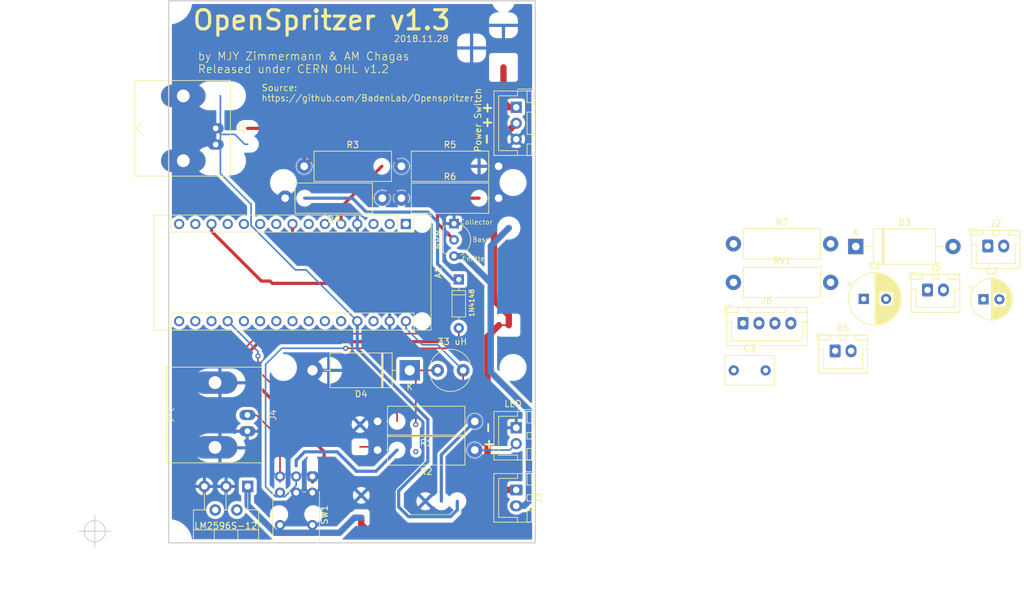
<source format=kicad_pcb>
(kicad_pcb (version 20211014) (generator pcbnew)
  (layers (0 "F.Cu" signal) (31 "B.Cu" signal) (34 "B.Paste" user) (35 "F.Paste" user) (36 "B.SilkS" user "B.Silkscreen") (37 "F.SilkS" user "F.Silkscreen") (38 "B.Mask" user) (39 "F.Mask" user) (44 "Edge.Cuts" user))
  (net 0 "")
  (net 1 "GNDREF")
  (net 2 "Net-(A1-Pad13)")
  (net 3 "Net-(A1-Pad5)")
  (net 4 "Net-(A1-Pad19)")
  (net 5 "Net-(D1-Pad2)")
  (net 6 "Net-(D2-Pad2)")
  (net 7 "Net-(D2-Pad1)")
  (net 8 "Net-(D3-Pad2)")
  (net 9 "Net-(J1-Pad1)")
  (net 10 "Net-(Q1-Pad2)")
  (net 11 "Net-(R1-Pad1)")
  (net 12 "Net-(R2-Pad2)")
  (net 13 "Net-(C1-Pad1)")
  (net 14 "Net-(D4-Pad1)")
  (net 15 "Net-(J4-Pad1)")
  (net 19 "GND")
  (net 22 "d5")
  (net 27 "d10")
  (net 36 "SDA")
  (net 37 "SCL")
  (net 40 "+5V")
  (net 42 "+12V")
  (net 43 "+24V")
  (net 44 "Net-(D5-Pad1)")
  (net 45 "Net-(J2-Pad1)")
  (footprint "Module:Arduino_Nano" (layer "F.Cu") (at 137.2 100 -90)
    (fp_text reference "A1" (at 7.62 -5.08 -90) (layer "F.SilkS"))
    (fp_text value "Arduino_Nano_v3.x")
    (pad "1" thru_hole rect (at 0 0 270) (size 1.6 1.6) (drill 1) (layers *.Cu *.Mask))
    (pad "2" thru_hole oval (at 0 2.54 270) (size 1.6 1.6) (drill 1) (layers *.Cu *.Mask))
    (pad "3" thru_hole oval (at 0 5.08 270) (size 1.6 1.6) (drill 1) (layers *.Cu *.Mask))
    (pad "4" thru_hole oval (at 0 7.62 270) (size 1.6 1.6) (drill 1) (layers *.Cu *.Mask) (net 19 "GND"))
    (pad "5" thru_hole oval (at 0 10.16 270) (size 1.6 1.6) (drill 1) (layers *.Cu *.Mask) (net 3 "Net-(A1-Pad5)"))
    (pad "6" thru_hole oval (at 0 12.7 270) (size 1.6 1.6) (drill 1) (layers *.Cu *.Mask))
    (pad "7" thru_hole oval (at 0 15.24 270) (size 1.6 1.6) (drill 1) (layers *.Cu *.Mask))
    (pad "8" thru_hole oval (at 0 17.78 270) (size 1.6 1.6) (drill 1) (layers *.Cu *.Mask) (net 22 "d5"))
    (pad "9" thru_hole oval (at 0 20.32 270) (size 1.6 1.6) (drill 1) (layers *.Cu *.Mask))
    (pad "10" thru_hole oval (at 0 22.86 270) (size 1.6 1.6) (drill 1) (layers *.Cu *.Mask))
    (pad "11" thru_hole oval (at 0 25.4 270) (size 1.6 1.6) (drill 1) (layers *.Cu *.Mask))
    (pad "12" thru_hole oval (at 0 27.94 270) (size 1.6 1.6) (drill 1) (layers *.Cu *.Mask))
    (pad "13" thru_hole oval (at 0 30.48 270) (size 1.6 1.6) (drill 1) (layers *.Cu *.Mask) (net 27 "d10"))
    (pad "14" thru_hole oval (at 0 33.02 270) (size 1.6 1.6) (drill 1) (layers *.Cu *.Mask))
    (pad "15" thru_hole oval (at 0 35.56 270) (size 1.6 1.6) (drill 1) (layers *.Cu *.Mask))
    (pad "16" thru_hole oval (at 15.24 35.56 270) (size 1.6 1.6) (drill 1) (layers *.Cu *.Mask))
    (pad "17" thru_hole oval (at 15.24 33.02 270) (size 1.6 1.6) (drill 1) (layers *.Cu *.Mask))
    (pad "18" thru_hole oval (at 15.24 30.48 270) (size 1.6 1.6) (drill 1) (layers *.Cu *.Mask))
    (pad "19" thru_hole oval (at 15.24 27.94 270) (size 1.6 1.6) (drill 1) (layers *.Cu *.Mask) (net 4 "Net-(A1-Pad19)"))
    (pad "20" thru_hole oval (at 15.24 25.4 270) (size 1.6 1.6) (drill 1) (layers *.Cu *.Mask))
    (pad "21" thru_hole oval (at 15.24 22.86 270) (size 1.6 1.6) (drill 1) (layers *.Cu *.Mask))
    (pad "22" thru_hole oval (at 15.24 20.32 270) (size 1.6 1.6) (drill 1) (layers *.Cu *.Mask))
    (pad "23" thru_hole oval (at 15.24 17.78 270) (size 1.6 1.6) (drill 1) (layers *.Cu *.Mask) (net 36 "SDA"))
    (pad "24" thru_hole oval (at 15.24 15.24 270) (size 1.6 1.6) (drill 1) (layers *.Cu *.Mask) (net 37 "SCL"))
    (pad "25" thru_hole oval (at 15.24 12.7 270) (size 1.6 1.6) (drill 1) (layers *.Cu *.Mask))
    (pad "26" thru_hole oval (at 15.24 10.16 270) (size 1.6 1.6) (drill 1) (layers *.Cu *.Mask))
    (pad "27" thru_hole oval (at 15.24 7.62 270) (size 1.6 1.6) (drill 1) (layers *.Cu *.Mask) (net 40 "+5V"))
    (pad "28" thru_hole oval (at 15.24 5.08 270) (size 1.6 1.6) (drill 1) (layers *.Cu *.Mask))
    (pad "29" thru_hole oval (at 15.24 2.54 270) (size 1.6 1.6) (drill 1) (layers *.Cu *.Mask) (net 19 "GND"))
    (pad "30" thru_hole oval (at 15.24 0 270) (size 1.6 1.6) (drill 1) (layers *.Cu *.Mask) (net 42 "+12V"))
  )
  (footprint "Maxime:JST_XH_B02B-XH-A_02x2.50mm_Straight" (layer "F.Cu") (at 154.5 131.95 -90)
    (fp_text reference "" (at -3.81 3.048) (layer "F.SilkS"))
    (fp_text value "LED" (at -3.75 0.5) (layer "F.SilkS"))
    (pad "1" thru_hole rect locked (at 0 0 270) (size 1.75 1.75) (drill 1.05) (layers *.Cu *.Mask) (net 1 "GNDREF"))
    (pad "2" thru_hole circle locked (at 2.5 0 270) (size 1.75 1.75) (drill 1.05) (layers *.Cu *.Mask) (net 5 "Net-(D1-Pad2)"))
  )
  (footprint "Diodes_THT:D_DO-35_SOD27_P7.62mm_Horizontal" (layer "F.Cu") (at 145.5 108.7 -90)
    (fp_text reference "D2" hide)
    (fp_text value "1N4148" (at 3.7 -2.025 -90) (layer "F.SilkS") (effects (font (size 0.75 0.75))))
    (pad "1" thru_hole rect locked (at 0 0 270) (size 1.6 1.6) (drill 0.8) (layers *.Cu *.Mask) (net 7 "Net-(D2-Pad1)"))
    (pad "2" thru_hole oval locked (at 7.62 0 270) (size 1.6 1.6) (drill 0.8) (layers *.Cu *.Mask) (net 6 "Net-(D2-Pad2)"))
  )
  (footprint "Connector_Coaxial:BNC_Amphenol_B6252HB-NPP3G-50_Horizontal" (layer "F.Cu") (at 107.375 85 90)
    (fp_text reference "J1" (at 0 4 90) (layer "F.SilkS"))
    (fp_text value "from Foot Pedal")
    (pad "1" thru_hole oval (at 0 0 90) (size 1.6 2.5) (drill 0.89) (layers *.Cu *.Mask) (net 9 "Net-(J1-Pad1)"))
    (pad "2" thru_hole oval (at -2.54 0 90) (size 1.6 2.5) (drill 0.89) (layers *.Cu *.Mask) (net 40 "+5V"))
    (pad "2" thru_hole oval (at -5.08 -5.08 90) (size 3.5 7) (drill 2.01) (layers *.Cu *.Mask) (net 40 "+5V"))
    (pad "2" thru_hole oval (at 5.08 -5.08 90) (size 3.5 7) (drill 2.01) (layers *.Cu *.Mask) (net 40 "+5V"))
  )
  (footprint "Connector_JST:JST_XH_B2B-XH-A_1x02_P2.50mm_Vertical" (layer "F.Cu") (at 154.5 141.7 -90)
    (fp_text reference "J3" (at 1.25 -3.55 -90) (layer "F.SilkS"))
    (fp_text value "to Solenoid")
    (pad "1" thru_hole roundrect (at 0 0 270) (size 1.7 2) (drill 1) (layers *.Cu *.Mask) (roundrect_rratio 0.147059) (net 43 "+24V"))
    (pad "2" thru_hole oval (at 2.5 0 270) (size 1.7 2) (drill 1) (layers *.Cu *.Mask) (net 8 "Net-(D3-Pad2)"))
  )
  (footprint "Package_TO_SOT_THT:TO-92L_Inline_Wide" (layer "F.Cu") (at 144.75 99.95 -90)
    (fp_text reference "NPN" (at 2.5 2.5 -90) (layer "F.SilkS"))
    (fp_text value "")
    (pad "1" thru_hole rect locked (at 0 0) (size 1.5 1.5) (drill 0.8) (layers *.Cu *.Mask) (net 1 "GNDREF"))
    (pad "2" thru_hole circle locked (at 2.54 0) (size 1.5 1.5) (drill 0.8) (layers *.Cu *.Mask) (net 10 "Net-(Q1-Pad2)"))
    (pad "3" thru_hole circle locked (at 5.08 0) (size 1.5 1.5) (drill 0.8) (layers *.Cu *.Mask) (net 8 "Net-(D3-Pad2)"))
  )
  (footprint "Resistor_THT:R_Axial_DIN0414_L11.9mm_D4.5mm_P15.24mm_Horizontal" (layer "F.Cu") (at 148 130.95 180)
    (fp_text reference "R1" (at 7.62 -3.37 180) (layer "F.SilkS"))
    (fp_text value "220")
    (pad "1" thru_hole circle (at 0 0 180) (size 2.4 2.4) (drill 1.2) (layers *.Cu *.Mask) (net 11 "Net-(R1-Pad1)"))
    (pad "2" thru_hole oval (at 15.24 0 180) (size 2.4 2.4) (drill 1.2) (layers *.Cu *.Mask) (net 4 "Net-(A1-Pad19)"))
  )
  (footprint "Resistor_THT:R_Axial_DIN0414_L11.9mm_D4.5mm_P15.24mm_Horizontal" (layer "F.Cu") (at 148 135.45 180)
    (fp_text reference "R2" (at 7.62 -3.37 180) (layer "F.SilkS"))
    (fp_text value "220")
    (pad "1" thru_hole circle (at 0 0 180) (size 2.4 2.4) (drill 1.2) (layers *.Cu *.Mask) (net 5 "Net-(D1-Pad2)"))
    (pad "2" thru_hole oval (at 15.24 0 180) (size 2.4 2.4) (drill 1.2) (layers *.Cu *.Mask) (net 12 "Net-(R2-Pad2)"))
  )
  (footprint "Resistor_THT:R_Axial_DIN0414_L11.9mm_D4.5mm_P15.24mm_Horizontal" (layer "F.Cu") (at 121.25 90.95)
    (fp_text reference "R3" (at 7.62 -3.37) (layer "F.SilkS"))
    (fp_text value "220")
    (pad "1" thru_hole circle (at 0 0) (size 2.4 2.4) (drill 1.2) (layers *.Cu *.Mask) (net 9 "Net-(J1-Pad1)"))
    (pad "2" thru_hole oval (at 15.24 0) (size 2.4 2.4) (drill 1.2) (layers *.Cu *.Mask) (net 3 "Net-(A1-Pad5)"))
  )
  (footprint "Resistor_THT:R_Axial_DIN0414_L11.9mm_D4.5mm_P15.24mm_Horizontal" (layer "F.Cu") (at 133.5 95.95 180)
    (fp_text reference "R4" (at 7.62 -3.37 180) (layer "F.SilkS"))
    (fp_text value "1k")
    (pad "1" thru_hole circle (at 0 0 180) (size 2.4 2.4) (drill 1.2) (layers *.Cu *.Mask) (net 10 "Net-(Q1-Pad2)"))
    (pad "2" thru_hole oval (at 15.24 0 180) (size 2.4 2.4) (drill 1.2) (layers *.Cu *.Mask) (net 7 "Net-(D2-Pad1)"))
  )
  (footprint "Resistor_THT:R_Axial_DIN0414_L11.9mm_D4.5mm_P15.24mm_Horizontal" (layer "F.Cu") (at 136.5 90.95)
    (fp_text reference "R5" (at 7.62 -3.37) (layer "F.SilkS"))
    (fp_text value "1k")
    (pad "1" thru_hole circle (at 0 0) (size 2.4 2.4) (drill 1.2) (layers *.Cu *.Mask) (net 9 "Net-(J1-Pad1)"))
    (pad "2" thru_hole oval (at 15.24 0) (size 2.4 2.4) (drill 1.2) (layers *.Cu *.Mask) (net 19 "GND"))
  )
  (footprint "Resistor_THT:R_Axial_DIN0414_L11.9mm_D4.5mm_P15.24mm_Horizontal" (layer "F.Cu") (at 136.5 95.95)
    (fp_text reference "R6" (at 7.62 -3.37) (layer "F.SilkS"))
    (fp_text value "1k")
    (pad "1" thru_hole circle (at 0 0) (size 2.4 2.4) (drill 1.2) (layers *.Cu *.Mask) (net 19 "GND"))
    (pad "2" thru_hole oval (at 15.24 0) (size 2.4 2.4) (drill 1.2) (layers *.Cu *.Mask) (net 10 "Net-(Q1-Pad2)"))
  )
  (footprint "Button_Switch_THT:SW_Push_2P2T_Vertical_E-Switch_800UDP8P1A1M6" (layer "F.Cu") (at 122.54 139.59 -90)
    (fp_text reference "SW1" (at 6.02 -1.91 90) (layer "F.SilkS"))
    (fp_text value "SW_DPDT_x2")
    (pad "" thru_hole circle (at 7.62 0 90) (size 1.6 1.6) (drill 0.89) (layers *.Cu *.Mask))
    (pad "" thru_hole circle (at 7.62 5.08 90) (size 1.6 1.6) (drill 0.89) (layers *.Cu *.Mask))
    (pad "1" thru_hole roundrect (at 0 0 90) (size 1.6 1.6) (drill 0.89) (layers *.Cu *.Mask) (net 15 "Net-(J4-Pad1)"))
    (pad "2" thru_hole circle (at 0 2.54 90) (size 1.6 1.6) (drill 0.89) (layers *.Cu *.Mask) (net 12 "Net-(R2-Pad2)"))
    (pad "3" thru_hole circle (at 0 5.08 90) (size 1.6 1.6) (drill 0.89) (layers *.Cu *.Mask) (net 27 "d10"))
    (pad "4" thru_hole circle (at 2.54 0 90) (size 1.6 1.6) (drill 0.89) (layers *.Cu *.Mask) (net 15 "Net-(J4-Pad1)"))
    (pad "5" thru_hole circle (at 2.54 2.54 90) (size 1.6 1.6) (drill 0.89) (layers *.Cu *.Mask) (net 6 "Net-(D2-Pad2)"))
    (pad "6" thru_hole circle (at 2.54 5.08 90) (size 1.6 1.6) (drill 0.89) (layers *.Cu *.Mask) (net 22 "d5"))
  )
  (footprint "Diode_THT:D_DO-201AD_P15.24mm_Horizontal" (layer "F.Cu") (at 137.8 122.95 180)
    (fp_text reference "D4" (at 7.62 -3.72 180) (layer "F.SilkS"))
    (fp_text value "1N5824")
    (fp_text user "K" (at 0 -2.6 180) (layer "F.SilkS"))
    (pad "1" thru_hole rect (at 0 0 180) (size 3.2 3.2) (drill 1.6) (layers *.Cu *.Mask) (net 14 "Net-(D4-Pad1)"))
    (pad "2" thru_hole oval (at 15.24 0 180) (size 3.2 3.2) (drill 1.6) (layers *.Cu *.Mask) (net 19 "GND"))
  )
  (footprint "Inductors_THT:L_Radial_D6.0mm_P4.00mm" (layer "F.Cu") (at 146.175 122.95 180)
    (fp_text reference "L1" hide)
    (fp_text value "33 uH" (at 1.7 4.5) (layer "F.SilkS"))
    (pad "1" thru_hole circle locked (at 0 0 180) (size 2 2) (drill 1) (layers *.Cu *.Mask) (net 42 "+12V"))
    (pad "2" thru_hole circle locked (at 4 0 180) (size 2 2) (drill 1) (layers *.Cu *.Mask) (net 14 "Net-(D4-Pad1)"))
  )
  (footprint "TO_SOT_Packages_THT:TO-220-5_Vertical_StaggeredType1" (layer "F.Cu") (at 112.4 141.15 180)
    (fp_text reference "U1" hide)
    (fp_text value "LM2596S-12" (at 3.45 -6.175) (layer "F.SilkS"))
    (pad "1" thru_hole rect locked (at 0 0 180) (size 1.8 1.8) (drill 1) (layers *.Cu *.Mask) (net 43 "+24V"))
    (pad "2" thru_hole oval locked (at 1.7 -3.7 180) (size 1.8 1.8) (drill 1) (layers *.Cu *.Mask) (net 14 "Net-(D4-Pad1)"))
    (pad "3" thru_hole oval locked (at 3.4 0 180) (size 1.8 1.8) (drill 1) (layers *.Cu *.Mask) (net 19 "GND"))
    (pad "4" thru_hole oval locked (at 5.1 -3.7 180) (size 1.8 1.8) (drill 1) (layers *.Cu *.Mask) (net 42 "+12V"))
    (pad "5" thru_hole oval locked (at 6.8 0 180) (size 1.8 1.8) (drill 1) (layers *.Cu *.Mask) (net 19 "GND"))
  )
  (footprint "Connector_Coaxial:BNC_Amphenol_B6252HB-NPP3G-50_Horizontal" (layer "F.Cu") (at 112.35 129.95 90)
    (fp_text reference "J4" (at 0 4 90) (layer "F.SilkS"))
    (fp_text value "from TTL pulse generator")
    (pad "1" thru_hole oval (at 0 0 90) (size 1.6 2.5) (drill 0.89) (layers *.Cu *.Mask) (net 15 "Net-(J4-Pad1)"))
    (pad "2" thru_hole oval (at 5.08 -5.08 90) (size 3.5 7) (drill 2.01) (layers *.Cu *.Mask) (net 19 "GND"))
    (pad "2" thru_hole oval (at -2.54 0 90) (size 1.6 2.5) (drill 0.89) (layers *.Cu *.Mask) (net 19 "GND"))
    (pad "2" thru_hole oval (at -5.08 -5.08 90) (size 3.5 7) (drill 2.01) (layers *.Cu *.Mask) (net 19 "GND"))
  )
  (footprint "Maxime:JST_XH_B03B-XH-A_03x2.50mm_Straight" (layer "F.Cu") (at 154.5 81.7 -90)
    (fp_text reference "" (at -3.556 3.048) (layer "F.SilkS"))
    (fp_text value "Power Switch" (at 2 6 -90) (layer "F.SilkS"))
    (pad "1" thru_hole rect locked (at 0 0 270) (size 1.75 1.75) (drill 1) (layers *.Cu *.Mask) (net 13 "Net-(C1-Pad1)"))
    (pad "2" thru_hole circle locked (at 2.5 0 270) (size 1.75 1.75) (drill 1) (layers *.Cu *.Mask) (net 13 "Net-(C1-Pad1)"))
    (pad "3" thru_hole circle locked (at 5 0 270) (size 1.75 1.75) (drill 1) (layers *.Cu *.Mask) (net 1 "GNDREF"))
  )
  (footprint "Connector_JST:JST_XH_B2B-XH-A_1x02_P2.50mm_Vertical" (layer "F.Cu") (at 228.445302 103.46)
    (fp_text reference "J2" (at 1.25 -3.55) (layer "F.SilkS"))
    (fp_text value "Barrel_Jack")
    (pad "1" thru_hole roundrect (at 0 0) (size 1.7 2) (drill 1) (layers *.Cu *.Mask) (roundrect_rratio 0.147059) (net 45 "Net-(J2-Pad1)"))
    (pad "2" thru_hole oval (at 2.5 0) (size 1.7 2) (drill 1) (layers *.Cu *.Mask) (net 19 "GND"))
  )
  (footprint "Capacitor_THT:CP_Radial_D8.0mm_P3.50mm" (layer "F.Cu") (at 209 111.75)
    (fp_text reference "C1" (at 1.75 -5.25) (layer "F.SilkS"))
    (fp_text value "C_Polarized")
    (pad "1" thru_hole rect (at 0 0) (size 1.6 1.6) (drill 0.8) (layers *.Cu *.Mask) (net 43 "+24V"))
    (pad "2" thru_hole circle (at 3.5 0) (size 1.6 1.6) (drill 0.8) (layers *.Cu *.Mask) (net 19 "GND"))
  )
  (footprint "Connector_JST:JST_XH_B4B-XH-A_1x04_P2.50mm_Vertical" (layer "F.Cu") (at 190.065302 115.56)
    (fp_text reference "J6" (at 3.75 -3.55) (layer "F.SilkS"))
    (fp_text value "SSD1306_screen")
    (pad "1" thru_hole roundrect (at 0 0) (size 1.7 1.95) (drill 0.95) (layers *.Cu *.Mask) (roundrect_rratio 0.147059) (net 37 "SCL"))
    (pad "2" thru_hole oval (at 2.5 0) (size 1.7 1.95) (drill 0.95) (layers *.Cu *.Mask) (net 36 "SDA"))
    (pad "3" thru_hole oval (at 5 0) (size 1.7 1.95) (drill 0.95) (layers *.Cu *.Mask) (net 40 "+5V"))
    (pad "4" thru_hole oval (at 7.5 0) (size 1.7 1.95) (drill 0.95) (layers *.Cu *.Mask) (net 19 "GND"))
  )
  (footprint "Connector_JST:JST_XH_B2B-XH-A_1x02_P2.50mm_Vertical" (layer "F.Cu") (at 218.995302 110.35)
    (fp_text reference "J5" (at 1.25 -3.55) (layer "F.SilkS"))
    (fp_text value "on/off switch")
    (pad "1" thru_hole roundrect (at 0 0) (size 1.7 2) (drill 1) (layers *.Cu *.Mask) (roundrect_rratio 0.147059) (net 45 "Net-(J2-Pad1)"))
    (pad "2" thru_hole oval (at 2.5 0) (size 1.7 2) (drill 1) (layers *.Cu *.Mask) (net 43 "+24V"))
  )
  (footprint "Diode_THT:D_DO-27_P15.24mm_Horizontal" (layer "F.Cu") (at 207.755302 103.53)
    (fp_text reference "D3" (at 7.62 -3.785) (layer "F.SilkS"))
    (fp_text value "D_Schottky")
    (fp_text user "K" (at 0 -2.2) (layer "F.SilkS"))
    (pad "1" thru_hole rect (at 0 0) (size 2.4 2.4) (drill 1.2) (layers *.Cu *.Mask) (net 43 "+24V"))
    (pad "2" thru_hole oval (at 15.24 0) (size 2.4 2.4) (drill 1.2) (layers *.Cu *.Mask) (net 8 "Net-(D3-Pad2)"))
  )
  (footprint "Resistor_THT:R_Axial_DIN0414_L11.9mm_D4.5mm_P15.24mm_Horizontal" (layer "F.Cu") (at 188.565302 103.11)
    (fp_text reference "R7" (at 7.62 -3.37) (layer "F.SilkS"))
    (fp_text value "1k")
    (pad "1" thru_hole circle (at 0 0) (size 2.4 2.4) (drill 1.2) (layers *.Cu *.Mask) (net 44 "Net-(D5-Pad1)"))
    (pad "2" thru_hole oval (at 15.24 0) (size 2.4 2.4) (drill 1.2) (layers *.Cu *.Mask) (net 19 "GND"))
  )
  (footprint "Capacitor_THT:CP_Radial_D6.3mm_P2.50mm" (layer "F.Cu") (at 227.780543 111.81)
    (fp_text reference "C2" (at 1.25 -4.4) (layer "F.SilkS"))
    (fp_text value "C_Polarized")
    (pad "1" thru_hole rect (at 0 0) (size 1.6 1.6) (drill 0.8) (layers *.Cu *.Mask) (net 42 "+12V"))
    (pad "2" thru_hole circle (at 2.5 0) (size 1.6 1.6) (drill 0.8) (layers *.Cu *.Mask) (net 19 "GND"))
  )
  (footprint "Connector_JST:JST_XH_B2B-XH-A_1x02_P2.50mm_Vertical" (layer "F.Cu") (at 204.515302 119.9)
    (fp_text reference "D5" (at 1.25 -3.55) (layer "F.SilkS"))
    (fp_text value "LED")
    (pad "1" thru_hole roundrect (at 0 0) (size 1.7 2) (drill 1) (layers *.Cu *.Mask) (roundrect_rratio 0.147059) (net 44 "Net-(D5-Pad1)"))
    (pad "2" thru_hole oval (at 2.5 0) (size 1.7 2) (drill 1) (layers *.Cu *.Mask) (net 43 "+24V"))
  )
  (footprint "Capacitor_THT:C_Disc_D7.5mm_W4.4mm_P5.00mm" (layer "F.Cu") (at 188.615302 122.96)
    (fp_text reference "C3" (at 2.5 -3.45) (layer "F.SilkS"))
    (fp_text value "100nF")
    (pad "1" thru_hole circle (at 0 0) (size 1.6 1.6) (drill 0.8) (layers *.Cu *.Mask) (net 19 "GND"))
    (pad "2" thru_hole circle (at 5 0) (size 1.6 1.6) (drill 0.8) (layers *.Cu *.Mask) (net 42 "+12V"))
  )
  (footprint "Resistor_THT:R_Axial_DIN0414_L11.9mm_D4.5mm_P15.24mm_Horizontal" (layer "F.Cu") (at 188.565302 109.16)
    (fp_text reference "RV1" (at 7.62 -3.37) (layer "F.SilkS"))
    (fp_text value "1k")
    (pad "1" thru_hole circle (at 0 0) (size 2.4 2.4) (drill 1.2) (layers *.Cu *.Mask) (net 19 "GND"))
    (pad "2" thru_hole oval (at 15.24 0) (size 2.4 2.4) (drill 1.2) (layers *.Cu *.Mask) (net 11 "Net-(R1-Pad1)"))
  )
  (gr_line (start 100 65) (end 100 150) (layer "Edge.Cuts") (width 0.2))
  (gr_line (start 157.5 65) (end 157.5 150) (layer "Edge.Cuts") (width 0.2))
  (gr_line (start 100 65) (end 157.5 65) (layer "Edge.Cuts") (width 0.2))
  (gr_line (start 100 150) (end 157.5 150) (layer "Edge.Cuts") (width 0.2))
  (gr_text "2018.11.28" (at 135.25 70.95) (layer "F.SilkS") (effects (font (size 1 1) (thickness 0.125)) (justify left)))
  (gr_text "Collector" (at 148.25 99.7) (layer "F.SilkS") (effects (font (size 0.75 0.75) (thickness 0.1))))
  (gr_text "+" (at 150 84.2 180) (layer "F.SilkS") (effects (font (size 1.5 1.5) (thickness 0.3))))
  (gr_text "+" (at 150.25 134.45) (layer "F.SilkS") (effects (font (size 1.5 1.5) (thickness 0.3))))
  (gr_text "+" (at 150 81.7) (layer "F.SilkS") (effects (font (size 1.5 1.5) (thickness 0.3))))
  (gr_text "by MJY Zimmermann & AM Chagas \nReleased under CERN OHL v1.2" (at 104.5 74.7) (layer "F.SilkS") (effects (font (size 1.25 1.25) (thickness 0.125)) (justify left)))
  (gr_text "Emitter" (at 148 105.45) (layer "F.SilkS") (effects (font (size 0.75 0.75) (thickness 0.1))))
  (gr_text "Source: \nhttps://github.com/BadenLab/Openspritzer\n" (at 114.5 79.45) (layer "F.SilkS") (effects (font (size 1 1) (thickness 0.125)) (justify left)))
  (gr_text "-" (at 150 86.7 270) (layer "F.SilkS") (effects (font (size 1.5 1.5) (thickness 0.3))))
  (gr_text "OpenSpritzer v1.3\n\n" (at 124 70.45) (layer "F.SilkS") (effects (font (size 3 3) (thickness 0.5))))
  (gr_text "Base\n" (at 149 102.45) (layer "F.SilkS") (effects (font (size 0.75 0.75) (thickness 0.1))))
  (gr_text "-" (at 150 131.95 90) (layer "F.SilkS") (effects (font (size 1.5 1.5) (thickness 0.3)) (justify mirror)))
  (target plus (at 88.413005 148.175366) (size 5) (width 0.15) (layer "Edge.Cuts"))
  (segment (start 114.25 117.2) (end 141.5 117.2) (width 0.25) (layer "F.Cu") (net 2))
  (segment (start 141.5 117.2) (end 142.75 115.95) (width 0.25) (layer "F.Cu") (net 2))
  (segment (start 112 119.45) (end 114.25 117.2) (width 0.25) (layer "F.Cu") (net 2))
  (segment (start 127.04 97.34) (end 133.43 90.95) (width 0.5) (layer "F.Cu") (net 3))
  (segment (start 127.04 100) (end 127.04 97.34) (width 0.5) (layer "F.Cu") (net 3))
  (segment (start 114 120.7) (end 114 120.7) (width 0.25) (layer "F.Cu") (net 4))
  (segment (start 118.75 127.7) (end 114 122.95) (width 0.25) (layer "F.Cu") (net 4))
  (segment (start 133.70137 127.7) (end 118.75 127.7) (width 0.25) (layer "F.Cu") (net 4))
  (segment (start 135.82 129.81863) (end 133.70137 127.7) (width 0.25) (layer "F.Cu") (net 4))
  (segment (start 135.82 130.95) (end 135.82 129.81863) (width 0.25) (layer "F.Cu") (net 4))
  (segment (start 114 122.95) (end 114 120.7) (width 0.25) (layer "F.Cu") (net 4))
  (via (at 114 120.7) (size 0.8) (drill 0.4) (layers "F.Cu" "B.Cu") (net 4))
  (segment (start 114 119.98) (end 114 120.7) (width 0.25) (layer "B.Cu") (net 4))
  (segment (start 109.26 115.24) (end 114 119.98) (width 0.25) (layer "B.Cu") (net 4))
  (segment (start 148 135.45) (end 153.5 135.45) (width 0.25) (layer "B.Cu") (net 5))
  (segment (start 153.5 135.45) (end 154.5 134.45) (width 0.25) (layer "B.Cu") (net 5))
  (segment (start 127.75 119.49) (end 143.71 119.49) (width 0.25) (layer "F.Cu") (net 6))
  (segment (start 145.5 117.7) (end 145.5 116.32) (width 0.25) (layer "F.Cu") (net 6))
  (segment (start 143.71 119.49) (end 145.5 117.7) (width 0.25) (layer "F.Cu") (net 6))
  (via (at 127.75 119.49) (size 0.8) (drill 0.4) (layers "F.Cu" "B.Cu") (net 6))
  (segment (start 127.75 119.49) (end 127.96 119.49) (width 0.25) (layer "B.Cu") (net 6))
  (segment (start 120 140.97) (end 118.22 142.75) (width 0.25) (layer "B.Cu") (net 6))
  (segment (start 115.2 122.03) (end 117.74 119.49) (width 0.25) (layer "B.Cu") (net 6))
  (segment (start 115.2 141.2) (end 115.2 122.03) (width 0.25) (layer "B.Cu") (net 6))
  (segment (start 120 140.47) (end 120 140.97) (width 0.25) (layer "B.Cu") (net 6))
  (segment (start 116.75 142.75) (end 115.2 141.2) (width 0.25) (layer "B.Cu") (net 6))
  (segment (start 117.74 119.49) (end 127.75 119.49) (width 0.25) (layer "B.Cu") (net 6))
  (segment (start 118.22 142.75) (end 116.75 142.75) (width 0.25) (layer "B.Cu") (net 6))
  (segment (start 140.64 98.134) (end 142.164 99.658) (width 0.5) (layer "B.Cu") (net 7))
  (segment (start 142.164 99.658) (end 142.164 106.262) (width 0.5) (layer "B.Cu") (net 7))
  (segment (start 121.32 95.95) (end 128.804 95.95) (width 0.5) (layer "B.Cu") (net 7))
  (segment (start 144.602 108.7) (end 145.5 108.7) (width 0.5) (layer "B.Cu") (net 7))
  (segment (start 130.988 98.134) (end 140.64 98.134) (width 0.5) (layer "B.Cu") (net 7))
  (segment (start 142.164 106.262) (end 144.602 108.7) (width 0.5) (layer "B.Cu") (net 7))
  (segment (start 128.804 95.95) (end 130.988 98.134) (width 0.5) (layer "B.Cu") (net 7))
  (segment (start 156.49999 143.437446) (end 155.737436 144.2) (width 1) (layer "B.Cu") (net 8))
  (segment (start 150.53499 110.2) (end 150.5 110.23499) (width 1) (layer "B.Cu") (net 8))
  (segment (start 150.53499 110.2) (end 150.53499 103.43501) (width 1) (layer "B.Cu") (net 8))
  (segment (start 144.75 105.03) (end 146.300002 105.03) (width 1) (layer "B.Cu") (net 8))
  (segment (start 146.300002 105.03) (end 150.53499 109.264988) (width 1) (layer "B.Cu") (net 8))
  (segment (start 150.53499 103.43501) (end 152.040001 101.929999) (width 1) (layer "B.Cu") (net 8))
  (segment (start 156.49999 129.19999) (end 156.49999 143.437446) (width 1) (layer "B.Cu") (net 8))
  (segment (start 150.5 110.23499) (end 150.5 123.2) (width 1) (layer "B.Cu") (net 8))
  (segment (start 155.737436 144.2) (end 154.5 144.2) (width 1) (layer "B.Cu") (net 8))
  (segment (start 150.5 123.2) (end 156.49999 129.19999) (width 1) (layer "B.Cu") (net 8))
  (segment (start 150.53499 109.264988) (end 150.53499 110.7) (width 1) (layer "B.Cu") (net 8))
  (segment (start 150.53499 110.7) (end 150.53499 110.2) (width 1) (layer "B.Cu") (net 8))
  (segment (start 152.040001 101.929999) (end 153.34 100.63) (width 1) (layer "B.Cu") (net 8))
  (segment (start 134.032 88.482) (end 136.5 90.95) (width 0.5) (layer "F.Cu") (net 9))
  (segment (start 116.838 85) (end 121.25 89.412) (width 0.5) (layer "F.Cu") (net 9))
  (segment (start 123.718 88.482) (end 134.032 88.482) (width 0.5) (layer "F.Cu") (net 9))
  (segment (start 112.37626 85) (end 116.838 85) (width 0.5) (layer "F.Cu") (net 9))
  (segment (start 121.25 89.412) (end 121.25 90.95) (width 0.5) (layer "F.Cu") (net 9))
  (segment (start 121.25 90.95) (end 123.718 88.482) (width 0.5) (layer "F.Cu") (net 9))
  (segment (start 139.116 94.07) (end 135.38 94.07) (width 0.5) (layer "F.Cu") (net 10))
  (segment (start 135.38 94.07) (end 133.5 95.95) (width 0.5) (layer "F.Cu") (net 10))
  (segment (start 142.164 98.134) (end 142.164 97.118) (width 0.5) (layer "F.Cu") (net 10))
  (segment (start 143.84 95.95) (end 148.68 95.95) (width 0.5) (layer "F.Cu") (net 10))
  (segment (start 142.164 97.626) (end 143.84 95.95) (width 0.5) (layer "F.Cu") (net 10))
  (segment (start 142.164 99.904) (end 142.164 98.134) (width 0.5) (layer "F.Cu") (net 10))
  (segment (start 142.164 97.118) (end 139.116 94.07) (width 0.5) (layer "F.Cu") (net 10))
  (segment (start 144.75 102.49) (end 142.164 99.904) (width 0.5) (layer "F.Cu") (net 10))
  (segment (start 142.164 98.134) (end 142.164 97.626) (width 0.5) (layer "F.Cu") (net 10))
  (segment (start 142.76 136.19) (end 148 130.95) (width 0.5) (layer "B.Cu") (net 11))
  (segment (start 142.76 143.48) (end 142.76 136.19) (width 0.5) (layer "B.Cu") (net 11))
  (segment (start 121.336 135.726) (end 126.416 135.726) (width 0.5) (layer "B.Cu") (net 12))
  (segment (start 126.416 135.726) (end 129.464 138.774) (width 0.5) (layer "B.Cu") (net 12))
  (segment (start 120 137.93) (end 120 137.062) (width 0.5) (layer "B.Cu") (net 12))
  (segment (start 129.464 138.774) (end 132.512 138.774) (width 0.5) (layer "B.Cu") (net 12))
  (segment (start 120 137.062) (end 121.336 135.726) (width 0.5) (layer "B.Cu") (net 12))
  (segment (start 132.512 138.774) (end 132.512 138.758) (width 0.5) (layer "B.Cu") (net 12))
  (segment (start 132.512 138.758) (end 135.82 135.45) (width 0.5) (layer "B.Cu") (net 12))
  (segment (start 152.5 80.825) (end 153.375 81.7) (width 1) (layer "F.Cu") (net 13))
  (segment (start 153.375 81.7) (end 154.5 81.7) (width 0.25) (layer "F.Cu") (net 13))
  (segment (start 152.5 75.45) (end 152.5 80.825) (width 1) (layer "F.Cu") (net 13))
  (segment (start 138.75 135.7) (end 138.75 135.7) (width 0.25) (layer "F.Cu") (net 14))
  (segment (start 138.75 123.9) (end 137.8 122.95) (width 0.25) (layer "F.Cu") (net 14))
  (segment (start 139.65 122.95) (end 142.175 122.95) (width 0.25) (layer "F.Cu") (net 14))
  (segment (start 137.8 122.95) (end 139.65 122.95) (width 0.25) (layer "F.Cu") (net 14))
  (segment (start 138.75 130.45) (end 138.75 129.95) (width 0.25) (layer "F.Cu") (net 14))
  (segment (start 138.75 130.2) (end 138.75 129.95) (width 0.25) (layer "F.Cu") (net 14))
  (segment (start 138.75 131.45) (end 138.75 130.45) (width 0.25) (layer "F.Cu") (net 14))
  (segment (start 138.75 129.95) (end 138.75 123.9) (width 0.25) (layer "F.Cu") (net 14))
  (via (at 138.75 131.45) (size 0.8) (drill 0.4) (layers "F.Cu" "B.Cu") (net 14))
  (via (at 138.75 135.7) (size 0.8) (drill 0.4) (layers "F.Cu" "B.Cu") (net 14))
  (segment (start 138.75 131.45) (end 138.75 131.45) (width 0.25) (layer "B.Cu") (net 14))
  (segment (start 113.80094 130) (end 117.46 133.65906) (width 0.25) (layer "F.Cu") (net 15))
  (segment (start 117.46 136.805) (end 117.46 137.93) (width 0.25) (layer "F.Cu") (net 15))
  (segment (start 112.30126 130) (end 113.80094 130) (width 0.25) (layer "F.Cu") (net 15))
  (segment (start 117.46 137.93) (end 117.46 140.47) (width 0.25) (layer "F.Cu") (net 15))
  (segment (start 117.46 133.65906) (end 117.46 136.805) (width 0.25) (layer "F.Cu") (net 15))
  (segment (start 150 117.66) (end 150 118.7) (width 1) (layer "F.Cu") (net 19))
  (segment (start 151 111.98) (end 153.34 114.32) (width 1) (layer "F.Cu") (net 19))
  (segment (start 151.79 115.87) (end 150 117.66) (width 1) (layer "F.Cu") (net 19))
  (segment (start 129.58 99.63) (end 129.58 100) (width 0.25) (layer "F.Cu") (net 19))
  (segment (start 151 90.45) (end 151 87.7) (width 1) (layer "F.Cu") (net 19))
  (segment (start 145.1 148.6) (end 152 141.7) (width 1) (layer "F.Cu") (net 19))
  (segment (start 150 120.76) (end 150 119.45) (width 1) (layer "F.Cu") (net 19))
  (segment (start 130.2 147.1) (end 131.7 148.6) (width 1) (layer "F.Cu") (net 19))
  (segment (start 130.2 146.05) (end 130.2 147.1) (width 1) (layer "F.Cu") (net 19))
  (segment (start 150 118.7) (end 150 118.2) (width 0.25) (layer "F.Cu") (net 19))
  (segment (start 153.34 114.32) (end 153.34 115.87) (width 1) (layer "F.Cu") (net 19))
  (segment (start 151.495 141.7) (end 154.5 141.7) (width 1) (layer "F.Cu") (net 19))
  (segment (start 150 140.205) (end 151.495 141.7) (width 1) (layer "F.Cu") (net 19))
  (segment (start 151 90.45) (end 151 111.98) (width 1) (layer "F.Cu") (net 19))
  (segment (start 150 119.45) (end 150 118.7) (width 1) (layer "F.Cu") (net 19))
  (segment (start 152 141.7) (end 154.5 141.7) (width 0.25) (layer "F.Cu") (net 19))
  (segment (start 153.34 115.87) (end 151.79 115.87) (width 0.25) (layer "F.Cu") (net 19))
  (segment (start 150 140.205) (end 150 120.76) (width 1) (layer "F.Cu") (net 19))
  (segment (start 151 87.7) (end 154.5 84.2) (width 1) (layer "F.Cu") (net 19))
  (segment (start 145.1 148.6) (end 131.7 148.6) (width 1) (layer "F.Cu") (net 19))
  (segment (start 114.224 118.454) (end 112.7 119.978) (width 0.5) (layer "F.Cu") (net 22))
  (segment (start 124.384 138.626) (end 122.54 140.47) (width 0.5) (layer "F.Cu") (net 22))
  (segment (start 125.48148 108.37548) (end 139.487975 108.375481) (width 0.5) (layer "F.Cu") (net 22))
  (segment (start 119.42 100) (end 119.42 102.314) (width 0.5) (layer "F.Cu") (net 22))
  (segment (start 112.7 124.042) (end 124.384 135.726) (width 0.5) (layer "F.Cu") (net 22))
  (segment (start 143.688 112.575506) (end 143.688 116.93) (width 0.5) (layer "F.Cu") (net 22))
  (segment (start 112.7 119.978) (end 112.7 124.042) (width 0.5) (layer "F.Cu") (net 22))
  (segment (start 124.384 135.726) (end 124.384 138.626) (width 0.5) (layer "F.Cu") (net 22))
  (segment (start 119.42 102.314) (end 125.48148 108.37548) (width 0.5) (layer "F.Cu") (net 22))
  (segment (start 143.688 116.93) (end 142.164 118.454) (width 0.5) (layer "F.Cu") (net 22))
  (segment (start 142.164 118.454) (end 114.224 118.454) (width 0.5) (layer "F.Cu") (net 22))
  (segment (start 139.487975 108.375481) (end 143.688 112.575506) (width 0.5) (layer "F.Cu") (net 22))
  (segment (start 114.53863 108.95) (end 115.896 108.95) (width 0.5) (layer "F.Cu") (net 27))
  (segment (start 114.53863 108.95) (end 106.72 101.13137) (width 0.5) (layer "F.Cu") (net 27))
  (segment (start 115.896 108.95) (end 116.256 109.31) (width 0.5) (layer "F.Cu") (net 27))
  (segment (start 139.25 109.31) (end 116.256 109.31) (width 0.5) (layer "F.Cu") (net 27))
  (segment (start 106.72 101.13137) (end 106.72 100) (width 0.5) (layer "F.Cu") (net 27))
  (segment (start 112.925001 96.911241) (end 108.1116 92.09784) (width 0.25) (layer "B.Cu") (net 40))
  (segment (start 140.64 130.646) (end 129.58 119.586) (width 0.5) (layer "B.Cu") (net 40))
  (segment (start 137.592 145.886) (end 136.068 144.362) (width 0.5) (layer "B.Cu") (net 40))
  (segment (start 108.1116 79.89968) (end 108.1116 81.89974) (width 0.25) (layer "B.Cu") (net 40))
  (segment (start 144.196 145.886) (end 137.592 145.886) (width 0.5) (layer "B.Cu") (net 40))
  (segment (start 108.1116 85.95) (end 108.1116 90.09778) (width 0.25) (layer "B.Cu") (net 40))
  (segment (start 112.37626 87.49936) (end 111.92668 87.49936) (width 0.25) (layer "B.Cu") (net 40))
  (segment (start 121.54 107.2) (end 119.874998 107.2) (width 0.25) (layer "B.Cu") (net 40))
  (segment (start 145.26 143.48) (end 145.26 144.822) (width 0.5) (layer "B.Cu") (net 40))
  (segment (start 136.068 141.822) (end 140.64 137.25) (width 0.5) (layer "B.Cu") (net 40))
  (segment (start 145.26 144.822) (end 144.196 145.886) (width 0.5) (layer "B.Cu") (net 40))
  (segment (start 108.1116 92.09784) (end 108.1116 90.09778) (width 0.25) (layer "B.Cu") (net 40))
  (segment (start 136.068 144.362) (end 136.068 141.822) (width 0.5) (layer "B.Cu") (net 40))
  (segment (start 119.874998 107.2) (end 112.925001 100.250003) (width 0.25) (layer "B.Cu") (net 40))
  (segment (start 108.1116 81.89974) (end 108.1116 85.95) (width 0.25) (layer "B.Cu") (net 40))
  (segment (start 111.92668 87.49936) (end 110.37732 85.95) (width 0.25) (layer "B.Cu") (net 40))
  (segment (start 129.58 115.24) (end 121.54 107.2) (width 0.25) (layer "B.Cu") (net 40))
  (segment (start 140.64 137.25) (end 140.64 130.646) (width 0.5) (layer "B.Cu") (net 40))
  (segment (start 112.925001 100.250003) (end 112.925001 96.911241) (width 0.25) (layer "B.Cu") (net 40))
  (segment (start 129.58 119.586) (end 129.58 115.24) (width 0.5) (layer "B.Cu") (net 40))
  (segment (start 110.37732 85.95) (end 108.1116 85.95) (width 0.25) (layer "B.Cu") (net 40))
  (segment (start 143.5 133.2) (end 144.5 132.2) (width 0.25) (layer "F.Cu") (net 42))
  (segment (start 146.175 127.275) (end 146.175 122.95) (width 0.25) (layer "F.Cu") (net 42))
  (segment (start 133.5 134.95) (end 135.25 133.2) (width 0.25) (layer "F.Cu") (net 42))
  (segment (start 135.25 133.2) (end 143.5 133.2) (width 0.25) (layer "F.Cu") (net 42))
  (segment (start 130 134.95) (end 133.5 134.95) (width 0.25) (layer "F.Cu") (net 42))
  (segment (start 144.5 132.2) (end 144.5 128.95) (width 0.25) (layer "F.Cu") (net 42))
  (segment (start 144.5 128.95) (end 146.175 127.275) (width 0.25) (layer "F.Cu") (net 42))
  (segment (start 139.77863 118.95) (end 142.175 118.95) (width 0.25) (layer "B.Cu") (net 42))
  (segment (start 142.175 118.95) (end 146.175 122.95) (width 0.25) (layer "B.Cu") (net 42))
  (segment (start 137.2 115.24) (end 137.2 116.37137) (width 0.25) (layer "B.Cu") (net 42))
  (segment (start 137.2 116.37137) (end 139.77863 118.95) (width 0.25) (layer "B.Cu") (net 42))
  (segment (start 129.15 146.05) (end 126.775 148.425) (width 1) (layer "B.Cu") (net 43))
  (segment (start 126.775 148.425) (end 116.7 148.425) (width 1) (layer "B.Cu") (net 43))
  (segment (start 112.375 144.1) (end 112.375 141.125) (width 1) (layer "B.Cu") (net 43))
  (segment (start 116.7 148.425) (end 112.4 144.125) (width 1) (layer "B.Cu") (net 43))
  (segment (start 130.2 146.05) (end 129.15 146.05) (width 1) (layer "B.Cu") (net 43))
  (zone (net 19) (net_name "GND") (layer "B.Cu") (connect_pads (clearance 0.508)) (min_thickness 0.254) (fill yes (thermal_gap 0.508) (thermal_bridge_width 0.508))
    (polygon (pts (xy 100.1 149.9) (xy 100 64.95) (xy 157.5 64.95) (xy 157.5 149.95)))
  )
)
</source>
